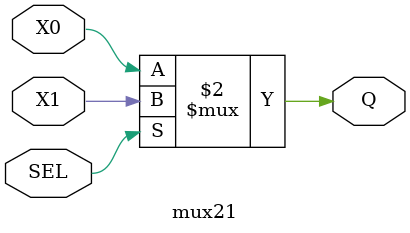
<source format=sv>
module mux21(output logic Q, input logic X0, X1, SEL);

assign Q = (SEL==0) ? X0 : X1;

endmodule

</source>
